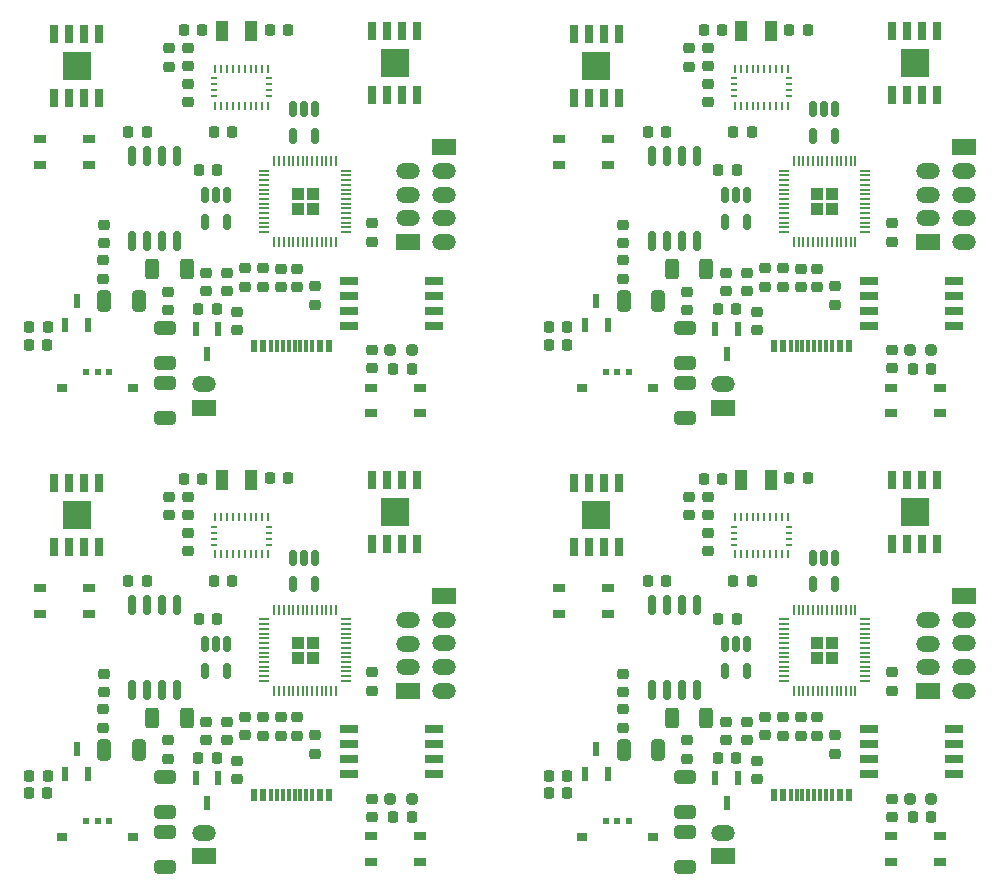
<source format=gbr>
%TF.GenerationSoftware,KiCad,Pcbnew,(6.0.4)*%
%TF.CreationDate,2022-09-20T15:17:21+09:00*%
%TF.ProjectId,mainboard_p_rev3,6d61696e-626f-4617-9264-5f705f726576,rev?*%
%TF.SameCoordinates,Original*%
%TF.FileFunction,Paste,Top*%
%TF.FilePolarity,Positive*%
%FSLAX46Y46*%
G04 Gerber Fmt 4.6, Leading zero omitted, Abs format (unit mm)*
G04 Created by KiCad (PCBNEW (6.0.4)) date 2022-09-20 15:17:21*
%MOMM*%
%LPD*%
G01*
G04 APERTURE LIST*
G04 Aperture macros list*
%AMRoundRect*
0 Rectangle with rounded corners*
0 $1 Rounding radius*
0 $2 $3 $4 $5 $6 $7 $8 $9 X,Y pos of 4 corners*
0 Add a 4 corners polygon primitive as box body*
4,1,4,$2,$3,$4,$5,$6,$7,$8,$9,$2,$3,0*
0 Add four circle primitives for the rounded corners*
1,1,$1+$1,$2,$3*
1,1,$1+$1,$4,$5*
1,1,$1+$1,$6,$7*
1,1,$1+$1,$8,$9*
0 Add four rect primitives between the rounded corners*
20,1,$1+$1,$2,$3,$4,$5,0*
20,1,$1+$1,$4,$5,$6,$7,0*
20,1,$1+$1,$6,$7,$8,$9,0*
20,1,$1+$1,$8,$9,$2,$3,0*%
G04 Aperture macros list end*
%ADD10RoundRect,0.225000X-0.225000X-0.250000X0.225000X-0.250000X0.225000X0.250000X-0.225000X0.250000X0*%
%ADD11R,1.650000X0.650000*%
%ADD12RoundRect,0.225000X0.225000X0.250000X-0.225000X0.250000X-0.225000X-0.250000X0.225000X-0.250000X0*%
%ADD13RoundRect,0.250000X0.650000X-0.325000X0.650000X0.325000X-0.650000X0.325000X-0.650000X-0.325000X0*%
%ADD14RoundRect,0.225000X0.250000X-0.225000X0.250000X0.225000X-0.250000X0.225000X-0.250000X-0.225000X0*%
%ADD15RoundRect,0.150000X-0.150000X0.512500X-0.150000X-0.512500X0.150000X-0.512500X0.150000X0.512500X0*%
%ADD16RoundRect,0.225000X-0.250000X0.225000X-0.250000X-0.225000X0.250000X-0.225000X0.250000X0.225000X0*%
%ADD17RoundRect,0.237500X-0.250000X-0.237500X0.250000X-0.237500X0.250000X0.237500X-0.250000X0.237500X0*%
%ADD18R,1.000000X1.800000*%
%ADD19R,0.600000X1.300000*%
%ADD20R,2.000000X1.350000*%
%ADD21O,2.000000X1.350000*%
%ADD22RoundRect,0.250000X0.292217X0.292217X-0.292217X0.292217X-0.292217X-0.292217X0.292217X-0.292217X0*%
%ADD23RoundRect,0.050000X0.387500X0.050000X-0.387500X0.050000X-0.387500X-0.050000X0.387500X-0.050000X0*%
%ADD24RoundRect,0.050000X0.050000X0.387500X-0.050000X0.387500X-0.050000X-0.387500X0.050000X-0.387500X0*%
%ADD25R,0.600000X0.510000*%
%ADD26R,0.900000X0.700000*%
%ADD27R,1.050000X0.650000*%
%ADD28R,0.650000X1.525000*%
%ADD29R,2.390000X2.390000*%
%ADD30R,0.250000X0.675000*%
%ADD31R,0.575000X0.250000*%
%ADD32RoundRect,0.250000X0.325000X0.650000X-0.325000X0.650000X-0.325000X-0.650000X0.325000X-0.650000X0*%
%ADD33R,0.600000X1.140000*%
%ADD34R,0.300000X1.140000*%
%ADD35RoundRect,0.150000X-0.150000X0.712500X-0.150000X-0.712500X0.150000X-0.712500X0.150000X0.712500X0*%
%ADD36RoundRect,0.250000X-0.312500X-0.625000X0.312500X-0.625000X0.312500X0.625000X-0.312500X0.625000X0*%
G04 APERTURE END LIST*
D10*
%TO.C,R73*%
X141037800Y-124353400D03*
X142587800Y-124353400D03*
%TD*%
D11*
%TO.C,IC13*%
X175296200Y-124201000D03*
X175296200Y-122931000D03*
X175296200Y-121661000D03*
X175296200Y-120391000D03*
X168096200Y-120391000D03*
X168096200Y-121661000D03*
X168096200Y-122931000D03*
X168096200Y-124201000D03*
%TD*%
D12*
%TO.C,R82*%
X150982800Y-107818000D03*
X149432800Y-107818000D03*
%TD*%
D10*
%TO.C,C118*%
X161396200Y-99131200D03*
X162946200Y-99131200D03*
%TD*%
D12*
%TO.C,R78*%
X156901000Y-122804000D03*
X155351000Y-122804000D03*
%TD*%
D13*
%TO.C,C115*%
X152519200Y-127352400D03*
X152519200Y-124402400D03*
%TD*%
D14*
%TO.C,C120*%
X154475000Y-102243000D03*
X154475000Y-100693000D03*
%TD*%
D15*
%TO.C,Y7*%
X165270000Y-105834800D03*
X164320000Y-105834800D03*
X163370000Y-105834800D03*
X163370000Y-108109800D03*
X165270000Y-108109800D03*
%TD*%
D16*
%TO.C,R80*%
X154475000Y-103741000D03*
X154475000Y-105291000D03*
%TD*%
D12*
%TO.C,R71*%
X173411000Y-127833200D03*
X171861000Y-127833200D03*
%TD*%
D14*
%TO.C,R74*%
X163725700Y-120925000D03*
X163725700Y-119375000D03*
%TD*%
%TO.C,D8*%
X170045200Y-117102000D03*
X170045200Y-115552000D03*
%TD*%
D16*
%TO.C,R91*%
X157777000Y-119743000D03*
X157777000Y-121293000D03*
%TD*%
%TO.C,C104*%
X170096000Y-126245400D03*
X170096000Y-127795400D03*
%TD*%
%TO.C,C91*%
X165270000Y-120886000D03*
X165270000Y-122436000D03*
%TD*%
D17*
%TO.C,R72*%
X171594600Y-126283800D03*
X173419600Y-126283800D03*
%TD*%
D12*
%TO.C,C100*%
X156939400Y-111043800D03*
X155389400Y-111043800D03*
%TD*%
D16*
%TO.C,C97*%
X159301000Y-119349000D03*
X159301000Y-120899000D03*
%TD*%
D18*
%TO.C,Y8*%
X159835310Y-99296208D03*
X157335310Y-99296208D03*
%TD*%
D19*
%TO.C,Q11*%
X157025200Y-124522600D03*
X155125200Y-124522600D03*
X156075200Y-126622600D03*
%TD*%
D20*
%TO.C,J30*%
X173144000Y-117114400D03*
D21*
X173144000Y-115114400D03*
X173144000Y-113114400D03*
X173144000Y-111114400D03*
%TD*%
D22*
%TO.C,U13*%
X165025100Y-113039400D03*
X163750100Y-114314400D03*
X163750100Y-113039400D03*
X165025100Y-114314400D03*
D23*
X167825100Y-116276900D03*
X167825100Y-115876900D03*
X167825100Y-115476900D03*
X167825100Y-115076900D03*
X167825100Y-114676900D03*
X167825100Y-114276900D03*
X167825100Y-113876900D03*
X167825100Y-113476900D03*
X167825100Y-113076900D03*
X167825100Y-112676900D03*
X167825100Y-112276900D03*
X167825100Y-111876900D03*
X167825100Y-111476900D03*
X167825100Y-111076900D03*
D24*
X166987600Y-110239400D03*
X166587600Y-110239400D03*
X166187600Y-110239400D03*
X165787600Y-110239400D03*
X165387600Y-110239400D03*
X164987600Y-110239400D03*
X164587600Y-110239400D03*
X164187600Y-110239400D03*
X163787600Y-110239400D03*
X163387600Y-110239400D03*
X162987600Y-110239400D03*
X162587600Y-110239400D03*
X162187600Y-110239400D03*
X161787600Y-110239400D03*
D23*
X160950100Y-111076900D03*
X160950100Y-111476900D03*
X160950100Y-111876900D03*
X160950100Y-112276900D03*
X160950100Y-112676900D03*
X160950100Y-113076900D03*
X160950100Y-113476900D03*
X160950100Y-113876900D03*
X160950100Y-114276900D03*
X160950100Y-114676900D03*
X160950100Y-115076900D03*
X160950100Y-115476900D03*
X160950100Y-115876900D03*
X160950100Y-116276900D03*
D24*
X161787600Y-117114400D03*
X162187600Y-117114400D03*
X162587600Y-117114400D03*
X162987600Y-117114400D03*
X163387600Y-117114400D03*
X163787600Y-117114400D03*
X164187600Y-117114400D03*
X164587600Y-117114400D03*
X164987600Y-117114400D03*
X165387600Y-117114400D03*
X165787600Y-117114400D03*
X166187600Y-117114400D03*
X166587600Y-117114400D03*
X166987600Y-117114400D03*
%TD*%
D10*
%TO.C,C117*%
X156646400Y-107792600D03*
X158196400Y-107792600D03*
%TD*%
D25*
%TO.C,SW4*%
X145829600Y-128131600D03*
X147829600Y-128131600D03*
X146829600Y-128131600D03*
D26*
X143829600Y-129486600D03*
X149829600Y-129486600D03*
%TD*%
D19*
%TO.C,Q10*%
X144104200Y-124177000D03*
X146004200Y-124177000D03*
X145054200Y-122077000D03*
%TD*%
D13*
%TO.C,C114*%
X152544600Y-132026000D03*
X152544600Y-129076000D03*
%TD*%
D16*
%TO.C,R83*%
X147312200Y-118676200D03*
X147312200Y-120226200D03*
%TD*%
D12*
%TO.C,C119*%
X155681800Y-99182000D03*
X154131800Y-99182000D03*
%TD*%
D20*
%TO.C,J31*%
X176192000Y-109101200D03*
D21*
X176192000Y-111101200D03*
X176192000Y-113101200D03*
X176192000Y-115101200D03*
X176192000Y-117101200D03*
%TD*%
D16*
%TO.C,R84*%
X147337600Y-115679000D03*
X147337600Y-117229000D03*
%TD*%
D27*
%TO.C,S7*%
X170002200Y-129450600D03*
X174152200Y-129450600D03*
X170002200Y-131600600D03*
X174152200Y-131600600D03*
%TD*%
D28*
%TO.C,IC16*%
X143146600Y-104967400D03*
X144416600Y-104967400D03*
X145686600Y-104967400D03*
X146956600Y-104967400D03*
X146956600Y-99543400D03*
X145686600Y-99543400D03*
X144416600Y-99543400D03*
X143146600Y-99543400D03*
D29*
X145051600Y-102255400D03*
%TD*%
D14*
%TO.C,C102*%
X152900200Y-102268400D03*
X152900200Y-100718400D03*
%TD*%
D30*
%TO.C,AC4*%
X156771600Y-102439400D03*
D31*
X156708600Y-103252400D03*
X156708600Y-103752400D03*
X156708600Y-104252400D03*
X156708600Y-104752400D03*
D30*
X156771600Y-105565400D03*
X157271600Y-105565400D03*
X157771600Y-105565400D03*
X158271600Y-105565400D03*
X158771600Y-105565400D03*
X159271600Y-105565400D03*
X159771600Y-105565400D03*
X160271600Y-105565400D03*
X160771600Y-105565400D03*
X161271600Y-105565400D03*
D31*
X161334600Y-104752400D03*
X161334600Y-104252400D03*
X161334600Y-103752400D03*
X161334600Y-103252400D03*
D30*
X161271600Y-102439400D03*
X160771600Y-102439400D03*
X160271600Y-102439400D03*
X159771600Y-102439400D03*
X159271600Y-102439400D03*
X158771600Y-102439400D03*
X158271600Y-102439400D03*
X157771600Y-102439400D03*
X157271600Y-102439400D03*
%TD*%
D15*
%TO.C,U15*%
X157812600Y-113157500D03*
X156862600Y-113157500D03*
X155912600Y-113157500D03*
X155912600Y-115432500D03*
X157812600Y-115432500D03*
%TD*%
D32*
%TO.C,C111*%
X150311200Y-122118200D03*
X147361200Y-122118200D03*
%TD*%
D33*
%TO.C,U14*%
X160050000Y-125900000D03*
X160850000Y-125900000D03*
D34*
X161500000Y-125900000D03*
X162000000Y-125900000D03*
X162500000Y-125900000D03*
X163000000Y-125900000D03*
X163500000Y-125900000D03*
X164000000Y-125900000D03*
X164500000Y-125900000D03*
X165000000Y-125900000D03*
D33*
X165650000Y-125900000D03*
X166450000Y-125900000D03*
%TD*%
D16*
%TO.C,C94*%
X160825000Y-119362000D03*
X160825000Y-120912000D03*
%TD*%
D20*
%TO.C,J26*%
X155795800Y-131135200D03*
D21*
X155795800Y-129135200D03*
%TD*%
D27*
%TO.C,S8*%
X141925000Y-108425000D03*
X146075000Y-108425000D03*
X141925000Y-110575000D03*
X146075000Y-110575000D03*
%TD*%
D16*
%TO.C,C106*%
X152747800Y-121317800D03*
X152747800Y-122867800D03*
%TD*%
D28*
%TO.C,IC15*%
X170095000Y-104713400D03*
X171365000Y-104713400D03*
X172635000Y-104713400D03*
X173905000Y-104713400D03*
X173905000Y-99289400D03*
X172635000Y-99289400D03*
X171365000Y-99289400D03*
X170095000Y-99289400D03*
D29*
X172000000Y-102001400D03*
%TD*%
D14*
%TO.C,R75*%
X162349000Y-120925000D03*
X162349000Y-119375000D03*
%TD*%
D16*
%TO.C,R92*%
X158666000Y-123032000D03*
X158666000Y-124582000D03*
%TD*%
D35*
%TO.C,U16*%
X153535200Y-109818900D03*
X152265200Y-109818900D03*
X150995200Y-109818900D03*
X149725200Y-109818900D03*
X149725200Y-117043900D03*
X150995200Y-117043900D03*
X152265200Y-117043900D03*
X153535200Y-117043900D03*
%TD*%
D10*
%TO.C,R70*%
X141025400Y-125801200D03*
X142575400Y-125801200D03*
%TD*%
D36*
%TO.C,R79*%
X151437700Y-119425800D03*
X154362700Y-119425800D03*
%TD*%
D16*
%TO.C,R77*%
X155999000Y-119743000D03*
X155999000Y-121293000D03*
%TD*%
D10*
%TO.C,R50*%
X97037800Y-124353400D03*
X98587800Y-124353400D03*
%TD*%
D11*
%TO.C,IC5*%
X131296200Y-124201000D03*
X131296200Y-122931000D03*
X131296200Y-121661000D03*
X131296200Y-120391000D03*
X124096200Y-120391000D03*
X124096200Y-121661000D03*
X124096200Y-122931000D03*
X124096200Y-124201000D03*
%TD*%
D12*
%TO.C,R59*%
X106982800Y-107818000D03*
X105432800Y-107818000D03*
%TD*%
D10*
%TO.C,C88*%
X117396200Y-99131200D03*
X118946200Y-99131200D03*
%TD*%
D12*
%TO.C,R55*%
X112901000Y-122804000D03*
X111351000Y-122804000D03*
%TD*%
D13*
%TO.C,C85*%
X108519200Y-127352400D03*
X108519200Y-124402400D03*
%TD*%
D14*
%TO.C,C90*%
X110475000Y-102243000D03*
X110475000Y-100693000D03*
%TD*%
D15*
%TO.C,Y5*%
X121270000Y-105834800D03*
X120320000Y-105834800D03*
X119370000Y-105834800D03*
X119370000Y-108109800D03*
X121270000Y-108109800D03*
%TD*%
D16*
%TO.C,R57*%
X110475000Y-103741000D03*
X110475000Y-105291000D03*
%TD*%
D12*
%TO.C,R48*%
X129411000Y-127833200D03*
X127861000Y-127833200D03*
%TD*%
D14*
%TO.C,R51*%
X119725700Y-120925000D03*
X119725700Y-119375000D03*
%TD*%
%TO.C,D6*%
X126045200Y-117102000D03*
X126045200Y-115552000D03*
%TD*%
D16*
%TO.C,R68*%
X113777000Y-119743000D03*
X113777000Y-121293000D03*
%TD*%
%TO.C,C74*%
X126096000Y-126245400D03*
X126096000Y-127795400D03*
%TD*%
%TO.C,C61*%
X121270000Y-120886000D03*
X121270000Y-122436000D03*
%TD*%
D17*
%TO.C,R49*%
X127594600Y-126283800D03*
X129419600Y-126283800D03*
%TD*%
D12*
%TO.C,C70*%
X112939400Y-111043800D03*
X111389400Y-111043800D03*
%TD*%
D16*
%TO.C,C67*%
X115301000Y-119349000D03*
X115301000Y-120899000D03*
%TD*%
D18*
%TO.C,Y6*%
X115835310Y-99296208D03*
X113335310Y-99296208D03*
%TD*%
D19*
%TO.C,Q6*%
X113025200Y-124522600D03*
X111125200Y-124522600D03*
X112075200Y-126622600D03*
%TD*%
D20*
%TO.C,J22*%
X129144000Y-117114400D03*
D21*
X129144000Y-115114400D03*
X129144000Y-113114400D03*
X129144000Y-111114400D03*
%TD*%
D22*
%TO.C,U3*%
X121025100Y-113039400D03*
X119750100Y-114314400D03*
X119750100Y-113039400D03*
X121025100Y-114314400D03*
D23*
X123825100Y-116276900D03*
X123825100Y-115876900D03*
X123825100Y-115476900D03*
X123825100Y-115076900D03*
X123825100Y-114676900D03*
X123825100Y-114276900D03*
X123825100Y-113876900D03*
X123825100Y-113476900D03*
X123825100Y-113076900D03*
X123825100Y-112676900D03*
X123825100Y-112276900D03*
X123825100Y-111876900D03*
X123825100Y-111476900D03*
X123825100Y-111076900D03*
D24*
X122987600Y-110239400D03*
X122587600Y-110239400D03*
X122187600Y-110239400D03*
X121787600Y-110239400D03*
X121387600Y-110239400D03*
X120987600Y-110239400D03*
X120587600Y-110239400D03*
X120187600Y-110239400D03*
X119787600Y-110239400D03*
X119387600Y-110239400D03*
X118987600Y-110239400D03*
X118587600Y-110239400D03*
X118187600Y-110239400D03*
X117787600Y-110239400D03*
D23*
X116950100Y-111076900D03*
X116950100Y-111476900D03*
X116950100Y-111876900D03*
X116950100Y-112276900D03*
X116950100Y-112676900D03*
X116950100Y-113076900D03*
X116950100Y-113476900D03*
X116950100Y-113876900D03*
X116950100Y-114276900D03*
X116950100Y-114676900D03*
X116950100Y-115076900D03*
X116950100Y-115476900D03*
X116950100Y-115876900D03*
X116950100Y-116276900D03*
D24*
X117787600Y-117114400D03*
X118187600Y-117114400D03*
X118587600Y-117114400D03*
X118987600Y-117114400D03*
X119387600Y-117114400D03*
X119787600Y-117114400D03*
X120187600Y-117114400D03*
X120587600Y-117114400D03*
X120987600Y-117114400D03*
X121387600Y-117114400D03*
X121787600Y-117114400D03*
X122187600Y-117114400D03*
X122587600Y-117114400D03*
X122987600Y-117114400D03*
%TD*%
D10*
%TO.C,C87*%
X112646400Y-107792600D03*
X114196400Y-107792600D03*
%TD*%
D25*
%TO.C,SW3*%
X101829600Y-128131600D03*
X103829600Y-128131600D03*
X102829600Y-128131600D03*
D26*
X99829600Y-129486600D03*
X105829600Y-129486600D03*
%TD*%
D19*
%TO.C,Q5*%
X100104200Y-124177000D03*
X102004200Y-124177000D03*
X101054200Y-122077000D03*
%TD*%
D13*
%TO.C,C84*%
X108544600Y-132026000D03*
X108544600Y-129076000D03*
%TD*%
D16*
%TO.C,R60*%
X103312200Y-118676200D03*
X103312200Y-120226200D03*
%TD*%
D12*
%TO.C,C89*%
X111681800Y-99182000D03*
X110131800Y-99182000D03*
%TD*%
D20*
%TO.C,J23*%
X132192000Y-109101200D03*
D21*
X132192000Y-111101200D03*
X132192000Y-113101200D03*
X132192000Y-115101200D03*
X132192000Y-117101200D03*
%TD*%
D16*
%TO.C,R61*%
X103337600Y-115679000D03*
X103337600Y-117229000D03*
%TD*%
D27*
%TO.C,S5*%
X126002200Y-129450600D03*
X130152200Y-129450600D03*
X126002200Y-131600600D03*
X130152200Y-131600600D03*
%TD*%
D28*
%TO.C,IC12*%
X99146600Y-104967400D03*
X100416600Y-104967400D03*
X101686600Y-104967400D03*
X102956600Y-104967400D03*
X102956600Y-99543400D03*
X101686600Y-99543400D03*
X100416600Y-99543400D03*
X99146600Y-99543400D03*
D29*
X101051600Y-102255400D03*
%TD*%
D14*
%TO.C,C72*%
X108900200Y-102268400D03*
X108900200Y-100718400D03*
%TD*%
D30*
%TO.C,AC3*%
X112771600Y-102439400D03*
D31*
X112708600Y-103252400D03*
X112708600Y-103752400D03*
X112708600Y-104252400D03*
X112708600Y-104752400D03*
D30*
X112771600Y-105565400D03*
X113271600Y-105565400D03*
X113771600Y-105565400D03*
X114271600Y-105565400D03*
X114771600Y-105565400D03*
X115271600Y-105565400D03*
X115771600Y-105565400D03*
X116271600Y-105565400D03*
X116771600Y-105565400D03*
X117271600Y-105565400D03*
D31*
X117334600Y-104752400D03*
X117334600Y-104252400D03*
X117334600Y-103752400D03*
X117334600Y-103252400D03*
D30*
X117271600Y-102439400D03*
X116771600Y-102439400D03*
X116271600Y-102439400D03*
X115771600Y-102439400D03*
X115271600Y-102439400D03*
X114771600Y-102439400D03*
X114271600Y-102439400D03*
X113771600Y-102439400D03*
X113271600Y-102439400D03*
%TD*%
D15*
%TO.C,U11*%
X113812600Y-113157500D03*
X112862600Y-113157500D03*
X111912600Y-113157500D03*
X111912600Y-115432500D03*
X113812600Y-115432500D03*
%TD*%
D32*
%TO.C,C81*%
X106311200Y-122118200D03*
X103361200Y-122118200D03*
%TD*%
D33*
%TO.C,U10*%
X116050000Y-125900000D03*
X116850000Y-125900000D03*
D34*
X117500000Y-125900000D03*
X118000000Y-125900000D03*
X118500000Y-125900000D03*
X119000000Y-125900000D03*
X119500000Y-125900000D03*
X120000000Y-125900000D03*
X120500000Y-125900000D03*
X121000000Y-125900000D03*
D33*
X121650000Y-125900000D03*
X122450000Y-125900000D03*
%TD*%
D16*
%TO.C,C64*%
X116825000Y-119362000D03*
X116825000Y-120912000D03*
%TD*%
D20*
%TO.C,J18*%
X111795800Y-131135200D03*
D21*
X111795800Y-129135200D03*
%TD*%
D27*
%TO.C,S6*%
X97925000Y-108425000D03*
X102075000Y-108425000D03*
X97925000Y-110575000D03*
X102075000Y-110575000D03*
%TD*%
D16*
%TO.C,C76*%
X108747800Y-121317800D03*
X108747800Y-122867800D03*
%TD*%
D28*
%TO.C,IC11*%
X126095000Y-104713400D03*
X127365000Y-104713400D03*
X128635000Y-104713400D03*
X129905000Y-104713400D03*
X129905000Y-99289400D03*
X128635000Y-99289400D03*
X127365000Y-99289400D03*
X126095000Y-99289400D03*
D29*
X128000000Y-102001400D03*
%TD*%
D14*
%TO.C,R52*%
X118349000Y-120925000D03*
X118349000Y-119375000D03*
%TD*%
D16*
%TO.C,R69*%
X114666000Y-123032000D03*
X114666000Y-124582000D03*
%TD*%
D35*
%TO.C,U12*%
X109535200Y-109818900D03*
X108265200Y-109818900D03*
X106995200Y-109818900D03*
X105725200Y-109818900D03*
X105725200Y-117043900D03*
X106995200Y-117043900D03*
X108265200Y-117043900D03*
X109535200Y-117043900D03*
%TD*%
D10*
%TO.C,R47*%
X97025400Y-125801200D03*
X98575400Y-125801200D03*
%TD*%
D36*
%TO.C,R56*%
X107437700Y-119425800D03*
X110362700Y-119425800D03*
%TD*%
D16*
%TO.C,R54*%
X111999000Y-119743000D03*
X111999000Y-121293000D03*
%TD*%
D10*
%TO.C,R27*%
X141037800Y-86353400D03*
X142587800Y-86353400D03*
%TD*%
D11*
%TO.C,IC3*%
X175296200Y-86201000D03*
X175296200Y-84931000D03*
X175296200Y-83661000D03*
X175296200Y-82391000D03*
X168096200Y-82391000D03*
X168096200Y-83661000D03*
X168096200Y-84931000D03*
X168096200Y-86201000D03*
%TD*%
D12*
%TO.C,R36*%
X150982800Y-69818000D03*
X149432800Y-69818000D03*
%TD*%
D10*
%TO.C,C58*%
X161396200Y-61131200D03*
X162946200Y-61131200D03*
%TD*%
D12*
%TO.C,R32*%
X156901000Y-84804000D03*
X155351000Y-84804000D03*
%TD*%
D13*
%TO.C,C55*%
X152519200Y-89352400D03*
X152519200Y-86402400D03*
%TD*%
D14*
%TO.C,C60*%
X154475000Y-64243000D03*
X154475000Y-62693000D03*
%TD*%
D15*
%TO.C,Y3*%
X165270000Y-67834800D03*
X164320000Y-67834800D03*
X163370000Y-67834800D03*
X163370000Y-70109800D03*
X165270000Y-70109800D03*
%TD*%
D16*
%TO.C,R34*%
X154475000Y-65741000D03*
X154475000Y-67291000D03*
%TD*%
D12*
%TO.C,R25*%
X173411000Y-89833200D03*
X171861000Y-89833200D03*
%TD*%
D14*
%TO.C,R28*%
X163725700Y-82925000D03*
X163725700Y-81375000D03*
%TD*%
%TO.C,D4*%
X170045200Y-79102000D03*
X170045200Y-77552000D03*
%TD*%
D16*
%TO.C,R45*%
X157777000Y-81743000D03*
X157777000Y-83293000D03*
%TD*%
%TO.C,C44*%
X170096000Y-88245400D03*
X170096000Y-89795400D03*
%TD*%
%TO.C,C24*%
X165270000Y-82886000D03*
X165270000Y-84436000D03*
%TD*%
D17*
%TO.C,R26*%
X171594600Y-88283800D03*
X173419600Y-88283800D03*
%TD*%
D12*
%TO.C,C40*%
X156939400Y-73043800D03*
X155389400Y-73043800D03*
%TD*%
D16*
%TO.C,C32*%
X159301000Y-81349000D03*
X159301000Y-82899000D03*
%TD*%
D18*
%TO.C,Y4*%
X159835310Y-61296208D03*
X157335310Y-61296208D03*
%TD*%
D19*
%TO.C,Q4*%
X157025200Y-86522600D03*
X155125200Y-86522600D03*
X156075200Y-88622600D03*
%TD*%
D20*
%TO.C,J14*%
X173144000Y-79114400D03*
D21*
X173144000Y-77114400D03*
X173144000Y-75114400D03*
X173144000Y-73114400D03*
%TD*%
D22*
%TO.C,U2*%
X165025100Y-75039400D03*
X163750100Y-76314400D03*
X163750100Y-75039400D03*
X165025100Y-76314400D03*
D23*
X167825100Y-78276900D03*
X167825100Y-77876900D03*
X167825100Y-77476900D03*
X167825100Y-77076900D03*
X167825100Y-76676900D03*
X167825100Y-76276900D03*
X167825100Y-75876900D03*
X167825100Y-75476900D03*
X167825100Y-75076900D03*
X167825100Y-74676900D03*
X167825100Y-74276900D03*
X167825100Y-73876900D03*
X167825100Y-73476900D03*
X167825100Y-73076900D03*
D24*
X166987600Y-72239400D03*
X166587600Y-72239400D03*
X166187600Y-72239400D03*
X165787600Y-72239400D03*
X165387600Y-72239400D03*
X164987600Y-72239400D03*
X164587600Y-72239400D03*
X164187600Y-72239400D03*
X163787600Y-72239400D03*
X163387600Y-72239400D03*
X162987600Y-72239400D03*
X162587600Y-72239400D03*
X162187600Y-72239400D03*
X161787600Y-72239400D03*
D23*
X160950100Y-73076900D03*
X160950100Y-73476900D03*
X160950100Y-73876900D03*
X160950100Y-74276900D03*
X160950100Y-74676900D03*
X160950100Y-75076900D03*
X160950100Y-75476900D03*
X160950100Y-75876900D03*
X160950100Y-76276900D03*
X160950100Y-76676900D03*
X160950100Y-77076900D03*
X160950100Y-77476900D03*
X160950100Y-77876900D03*
X160950100Y-78276900D03*
D24*
X161787600Y-79114400D03*
X162187600Y-79114400D03*
X162587600Y-79114400D03*
X162987600Y-79114400D03*
X163387600Y-79114400D03*
X163787600Y-79114400D03*
X164187600Y-79114400D03*
X164587600Y-79114400D03*
X164987600Y-79114400D03*
X165387600Y-79114400D03*
X165787600Y-79114400D03*
X166187600Y-79114400D03*
X166587600Y-79114400D03*
X166987600Y-79114400D03*
%TD*%
D10*
%TO.C,C57*%
X156646400Y-69792600D03*
X158196400Y-69792600D03*
%TD*%
D25*
%TO.C,SW2*%
X145829600Y-90131600D03*
X147829600Y-90131600D03*
X146829600Y-90131600D03*
D26*
X143829600Y-91486600D03*
X149829600Y-91486600D03*
%TD*%
D19*
%TO.C,Q3*%
X144104200Y-86177000D03*
X146004200Y-86177000D03*
X145054200Y-84077000D03*
%TD*%
D13*
%TO.C,C54*%
X152544600Y-94026000D03*
X152544600Y-91076000D03*
%TD*%
D16*
%TO.C,R37*%
X147312200Y-80676200D03*
X147312200Y-82226200D03*
%TD*%
D12*
%TO.C,C59*%
X155681800Y-61182000D03*
X154131800Y-61182000D03*
%TD*%
D20*
%TO.C,J15*%
X176192000Y-71101200D03*
D21*
X176192000Y-73101200D03*
X176192000Y-75101200D03*
X176192000Y-77101200D03*
X176192000Y-79101200D03*
%TD*%
D16*
%TO.C,R38*%
X147337600Y-77679000D03*
X147337600Y-79229000D03*
%TD*%
D27*
%TO.C,S3*%
X170002200Y-91450600D03*
X174152200Y-91450600D03*
X170002200Y-93600600D03*
X174152200Y-93600600D03*
%TD*%
D28*
%TO.C,IC10*%
X143146600Y-66967400D03*
X144416600Y-66967400D03*
X145686600Y-66967400D03*
X146956600Y-66967400D03*
X146956600Y-61543400D03*
X145686600Y-61543400D03*
X144416600Y-61543400D03*
X143146600Y-61543400D03*
D29*
X145051600Y-64255400D03*
%TD*%
D14*
%TO.C,C42*%
X152900200Y-64268400D03*
X152900200Y-62718400D03*
%TD*%
D30*
%TO.C,AC2*%
X156771600Y-64439400D03*
D31*
X156708600Y-65252400D03*
X156708600Y-65752400D03*
X156708600Y-66252400D03*
X156708600Y-66752400D03*
D30*
X156771600Y-67565400D03*
X157271600Y-67565400D03*
X157771600Y-67565400D03*
X158271600Y-67565400D03*
X158771600Y-67565400D03*
X159271600Y-67565400D03*
X159771600Y-67565400D03*
X160271600Y-67565400D03*
X160771600Y-67565400D03*
X161271600Y-67565400D03*
D31*
X161334600Y-66752400D03*
X161334600Y-66252400D03*
X161334600Y-65752400D03*
X161334600Y-65252400D03*
D30*
X161271600Y-64439400D03*
X160771600Y-64439400D03*
X160271600Y-64439400D03*
X159771600Y-64439400D03*
X159271600Y-64439400D03*
X158771600Y-64439400D03*
X158271600Y-64439400D03*
X157771600Y-64439400D03*
X157271600Y-64439400D03*
%TD*%
D15*
%TO.C,U8*%
X157812600Y-75157500D03*
X156862600Y-75157500D03*
X155912600Y-75157500D03*
X155912600Y-77432500D03*
X157812600Y-77432500D03*
%TD*%
D32*
%TO.C,C51*%
X150311200Y-84118200D03*
X147361200Y-84118200D03*
%TD*%
D33*
%TO.C,U7*%
X160050000Y-87900000D03*
X160850000Y-87900000D03*
D34*
X161500000Y-87900000D03*
X162000000Y-87900000D03*
X162500000Y-87900000D03*
X163000000Y-87900000D03*
X163500000Y-87900000D03*
X164000000Y-87900000D03*
X164500000Y-87900000D03*
X165000000Y-87900000D03*
D33*
X165650000Y-87900000D03*
X166450000Y-87900000D03*
%TD*%
D16*
%TO.C,C28*%
X160825000Y-81362000D03*
X160825000Y-82912000D03*
%TD*%
D20*
%TO.C,J8*%
X155795800Y-93135200D03*
D21*
X155795800Y-91135200D03*
%TD*%
D27*
%TO.C,S4*%
X141925000Y-70425000D03*
X146075000Y-70425000D03*
X141925000Y-72575000D03*
X146075000Y-72575000D03*
%TD*%
D16*
%TO.C,C46*%
X152747800Y-83317800D03*
X152747800Y-84867800D03*
%TD*%
D28*
%TO.C,IC9*%
X170095000Y-66713400D03*
X171365000Y-66713400D03*
X172635000Y-66713400D03*
X173905000Y-66713400D03*
X173905000Y-61289400D03*
X172635000Y-61289400D03*
X171365000Y-61289400D03*
X170095000Y-61289400D03*
D29*
X172000000Y-64001400D03*
%TD*%
D14*
%TO.C,R29*%
X162349000Y-82925000D03*
X162349000Y-81375000D03*
%TD*%
D16*
%TO.C,R46*%
X158666000Y-85032000D03*
X158666000Y-86582000D03*
%TD*%
D35*
%TO.C,U9*%
X153535200Y-71818900D03*
X152265200Y-71818900D03*
X150995200Y-71818900D03*
X149725200Y-71818900D03*
X149725200Y-79043900D03*
X150995200Y-79043900D03*
X152265200Y-79043900D03*
X153535200Y-79043900D03*
%TD*%
D10*
%TO.C,R24*%
X141025400Y-87801200D03*
X142575400Y-87801200D03*
%TD*%
D36*
%TO.C,R33*%
X151437700Y-81425800D03*
X154362700Y-81425800D03*
%TD*%
D16*
%TO.C,R31*%
X155999000Y-81743000D03*
X155999000Y-83293000D03*
%TD*%
D28*
%TO.C,IC7*%
X126095000Y-66713400D03*
X127365000Y-66713400D03*
X128635000Y-66713400D03*
X129905000Y-66713400D03*
X129905000Y-61289400D03*
X128635000Y-61289400D03*
X127365000Y-61289400D03*
X126095000Y-61289400D03*
D29*
X128000000Y-64001400D03*
%TD*%
D11*
%TO.C,IC1*%
X131296200Y-86201000D03*
X131296200Y-84931000D03*
X131296200Y-83661000D03*
X131296200Y-82391000D03*
X124096200Y-82391000D03*
X124096200Y-83661000D03*
X124096200Y-84931000D03*
X124096200Y-86201000D03*
%TD*%
D27*
%TO.C,S2*%
X97925000Y-70425000D03*
X102075000Y-70425000D03*
X97925000Y-72575000D03*
X102075000Y-72575000D03*
%TD*%
D16*
%TO.C,R23*%
X114666000Y-85032000D03*
X114666000Y-86582000D03*
%TD*%
D14*
%TO.C,R6*%
X118349000Y-82925000D03*
X118349000Y-81375000D03*
%TD*%
D10*
%TO.C,R4*%
X97037800Y-86353400D03*
X98587800Y-86353400D03*
%TD*%
D16*
%TO.C,C16*%
X108747800Y-83317800D03*
X108747800Y-84867800D03*
%TD*%
D20*
%TO.C,J3*%
X111795800Y-93135200D03*
D21*
X111795800Y-91135200D03*
%TD*%
D36*
%TO.C,R10*%
X107437700Y-81425800D03*
X110362700Y-81425800D03*
%TD*%
D10*
%TO.C,R1*%
X97025400Y-87801200D03*
X98575400Y-87801200D03*
%TD*%
D35*
%TO.C,U6*%
X109535200Y-71818900D03*
X108265200Y-71818900D03*
X106995200Y-71818900D03*
X105725200Y-71818900D03*
X105725200Y-79043900D03*
X106995200Y-79043900D03*
X108265200Y-79043900D03*
X109535200Y-79043900D03*
%TD*%
D16*
%TO.C,R8*%
X111999000Y-81743000D03*
X111999000Y-83293000D03*
%TD*%
D22*
%TO.C,U1*%
X121025100Y-75039400D03*
X119750100Y-76314400D03*
X119750100Y-75039400D03*
X121025100Y-76314400D03*
D23*
X123825100Y-78276900D03*
X123825100Y-77876900D03*
X123825100Y-77476900D03*
X123825100Y-77076900D03*
X123825100Y-76676900D03*
X123825100Y-76276900D03*
X123825100Y-75876900D03*
X123825100Y-75476900D03*
X123825100Y-75076900D03*
X123825100Y-74676900D03*
X123825100Y-74276900D03*
X123825100Y-73876900D03*
X123825100Y-73476900D03*
X123825100Y-73076900D03*
D24*
X122987600Y-72239400D03*
X122587600Y-72239400D03*
X122187600Y-72239400D03*
X121787600Y-72239400D03*
X121387600Y-72239400D03*
X120987600Y-72239400D03*
X120587600Y-72239400D03*
X120187600Y-72239400D03*
X119787600Y-72239400D03*
X119387600Y-72239400D03*
X118987600Y-72239400D03*
X118587600Y-72239400D03*
X118187600Y-72239400D03*
X117787600Y-72239400D03*
D23*
X116950100Y-73076900D03*
X116950100Y-73476900D03*
X116950100Y-73876900D03*
X116950100Y-74276900D03*
X116950100Y-74676900D03*
X116950100Y-75076900D03*
X116950100Y-75476900D03*
X116950100Y-75876900D03*
X116950100Y-76276900D03*
X116950100Y-76676900D03*
X116950100Y-77076900D03*
X116950100Y-77476900D03*
X116950100Y-77876900D03*
X116950100Y-78276900D03*
D24*
X117787600Y-79114400D03*
X118187600Y-79114400D03*
X118587600Y-79114400D03*
X118987600Y-79114400D03*
X119387600Y-79114400D03*
X119787600Y-79114400D03*
X120187600Y-79114400D03*
X120587600Y-79114400D03*
X120987600Y-79114400D03*
X121387600Y-79114400D03*
X121787600Y-79114400D03*
X122187600Y-79114400D03*
X122587600Y-79114400D03*
X122987600Y-79114400D03*
%TD*%
D30*
%TO.C,AC1*%
X112771600Y-64439400D03*
D31*
X112708600Y-65252400D03*
X112708600Y-65752400D03*
X112708600Y-66252400D03*
X112708600Y-66752400D03*
D30*
X112771600Y-67565400D03*
X113271600Y-67565400D03*
X113771600Y-67565400D03*
X114271600Y-67565400D03*
X114771600Y-67565400D03*
X115271600Y-67565400D03*
X115771600Y-67565400D03*
X116271600Y-67565400D03*
X116771600Y-67565400D03*
X117271600Y-67565400D03*
D31*
X117334600Y-66752400D03*
X117334600Y-66252400D03*
X117334600Y-65752400D03*
X117334600Y-65252400D03*
D30*
X117271600Y-64439400D03*
X116771600Y-64439400D03*
X116271600Y-64439400D03*
X115771600Y-64439400D03*
X115271600Y-64439400D03*
X114771600Y-64439400D03*
X114271600Y-64439400D03*
X113771600Y-64439400D03*
X113271600Y-64439400D03*
%TD*%
D16*
%TO.C,C4*%
X116825000Y-81362000D03*
X116825000Y-82912000D03*
%TD*%
D12*
%TO.C,C36*%
X111681800Y-61182000D03*
X110131800Y-61182000D03*
%TD*%
D27*
%TO.C,S1*%
X126002200Y-91450600D03*
X130152200Y-91450600D03*
X126002200Y-93600600D03*
X130152200Y-93600600D03*
%TD*%
D16*
%TO.C,R14*%
X103312200Y-80676200D03*
X103312200Y-82226200D03*
%TD*%
D20*
%TO.C,J7*%
X129144000Y-79114400D03*
D21*
X129144000Y-77114400D03*
X129144000Y-75114400D03*
X129144000Y-73114400D03*
%TD*%
D13*
%TO.C,C26*%
X108544600Y-94026000D03*
X108544600Y-91076000D03*
%TD*%
D32*
%TO.C,C21*%
X106311200Y-84118200D03*
X103361200Y-84118200D03*
%TD*%
D15*
%TO.C,U5*%
X113812600Y-75157500D03*
X112862600Y-75157500D03*
X111912600Y-75157500D03*
X111912600Y-77432500D03*
X113812600Y-77432500D03*
%TD*%
D16*
%TO.C,R15*%
X103337600Y-77679000D03*
X103337600Y-79229000D03*
%TD*%
D14*
%TO.C,C12*%
X108900200Y-64268400D03*
X108900200Y-62718400D03*
%TD*%
D28*
%TO.C,IC8*%
X99146600Y-66967400D03*
X100416600Y-66967400D03*
X101686600Y-66967400D03*
X102956600Y-66967400D03*
X102956600Y-61543400D03*
X101686600Y-61543400D03*
X100416600Y-61543400D03*
X99146600Y-61543400D03*
D29*
X101051600Y-64255400D03*
%TD*%
D20*
%TO.C,J10*%
X132192000Y-71101200D03*
D21*
X132192000Y-73101200D03*
X132192000Y-75101200D03*
X132192000Y-77101200D03*
X132192000Y-79101200D03*
%TD*%
D19*
%TO.C,Q1*%
X100104200Y-86177000D03*
X102004200Y-86177000D03*
X101054200Y-84077000D03*
%TD*%
D25*
%TO.C,SW1*%
X101829600Y-90131600D03*
X103829600Y-90131600D03*
X102829600Y-90131600D03*
D26*
X99829600Y-91486600D03*
X105829600Y-91486600D03*
%TD*%
D10*
%TO.C,C34*%
X112646400Y-69792600D03*
X114196400Y-69792600D03*
%TD*%
D33*
%TO.C,U4*%
X116050000Y-87900000D03*
X116850000Y-87900000D03*
D34*
X117500000Y-87900000D03*
X118000000Y-87900000D03*
X118500000Y-87900000D03*
X119000000Y-87900000D03*
X119500000Y-87900000D03*
X120000000Y-87900000D03*
X120500000Y-87900000D03*
X121000000Y-87900000D03*
D33*
X121650000Y-87900000D03*
X122450000Y-87900000D03*
%TD*%
D12*
%TO.C,R2*%
X129411000Y-89833200D03*
X127861000Y-89833200D03*
%TD*%
D14*
%TO.C,C37*%
X110475000Y-64243000D03*
X110475000Y-62693000D03*
%TD*%
%TO.C,R5*%
X119725700Y-82925000D03*
X119725700Y-81375000D03*
%TD*%
D19*
%TO.C,Q2*%
X113025200Y-86522600D03*
X111125200Y-86522600D03*
X112075200Y-88622600D03*
%TD*%
D16*
%TO.C,C1*%
X121270000Y-82886000D03*
X121270000Y-84436000D03*
%TD*%
D18*
%TO.C,Y2*%
X115835310Y-61296208D03*
X113335310Y-61296208D03*
%TD*%
D16*
%TO.C,R11*%
X110475000Y-65741000D03*
X110475000Y-67291000D03*
%TD*%
D15*
%TO.C,Y1*%
X121270000Y-67834800D03*
X120320000Y-67834800D03*
X119370000Y-67834800D03*
X119370000Y-70109800D03*
X121270000Y-70109800D03*
%TD*%
D16*
%TO.C,C14*%
X126096000Y-88245400D03*
X126096000Y-89795400D03*
%TD*%
%TO.C,R22*%
X113777000Y-81743000D03*
X113777000Y-83293000D03*
%TD*%
%TO.C,C7*%
X115301000Y-81349000D03*
X115301000Y-82899000D03*
%TD*%
D14*
%TO.C,D3*%
X126045200Y-79102000D03*
X126045200Y-77552000D03*
%TD*%
D12*
%TO.C,C10*%
X112939400Y-73043800D03*
X111389400Y-73043800D03*
%TD*%
D17*
%TO.C,R3*%
X127594600Y-88283800D03*
X129419600Y-88283800D03*
%TD*%
D12*
%TO.C,R9*%
X112901000Y-84804000D03*
X111351000Y-84804000D03*
%TD*%
%TO.C,R13*%
X106982800Y-69818000D03*
X105432800Y-69818000D03*
%TD*%
D13*
%TO.C,C30*%
X108519200Y-89352400D03*
X108519200Y-86402400D03*
%TD*%
D10*
%TO.C,C35*%
X117396200Y-61131200D03*
X118946200Y-61131200D03*
%TD*%
M02*

</source>
